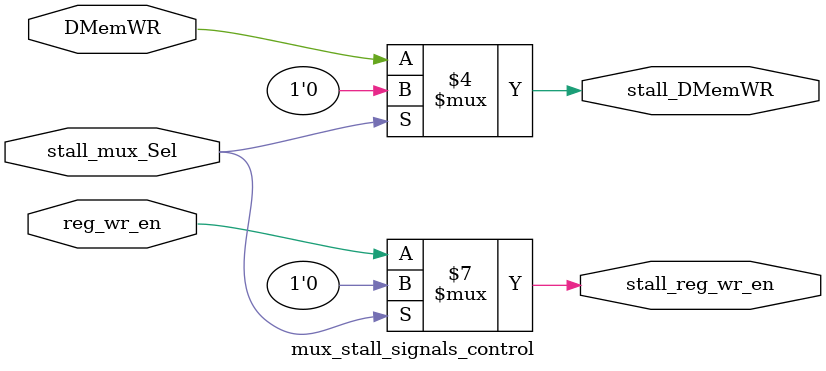
<source format=sv>
`timescale 1ns / 1ps


module mux_stall_signals_control #(parameter size = 32) (
    input stall_mux_Sel,
    
    input reg_wr_en,                     // register write enable
//    input BSel,                          // immediate select fot BSel = 1
    input DMemWR,                        // Read/Write enable fr data memeory 1 to write, 0 to read
//    input jalr_flag,                     // jalr instrcution flag
//    input jump_flag,                     //  jal flag
//    input BrUn,                          // unsigned branch flag
//    input [1:0] WB_Sel,                  // slect between ALU result and data mmeory result. 1 for ALU, 0 for data meomory
//    input [1:0] store_size,              // defining size of data to be stored in case of store instruction
//    input [2:0] load_size,               // defining size of data to be loaded in case of store instruction    
//    input [3:0] ALU_Sel,                  // ALU operation select based upon func3 bits and bit 6 of funct7
    //input [1:0] read_write_disable
    
    //Outputs
    output logic stall_reg_wr_en,
//    output logic stall_BSel,
    output logic stall_DMemWR
//    output logic stall_jalr_flag,
//    output logic stall_jump_flag,
//    output logic stall_BrUn,
//    output logic [1:0] stall_WB_Sel,
//    output logic [1:0] stall_store_size,
//    output logic [2:0] stall_load_size,
//    output logic [3:0] stall_ALU_Sel
    );
    
    always_comb
        begin
            if(stall_mux_Sel == 1)
                begin
                    stall_reg_wr_en = 0;
//                    stall_BSel = BSel;
                    stall_DMemWR = 0;
//                    stall_jalr_flag = jalr_flag;
//                    stall_jump_flag = jump_flag;
//                    stall_BrUn = BrUn;
//                    stall_WB_Sel = WB_Sel;
//                    stall_store_size = store_size;
//                    stall_load_size = load_size;
//                    stall_ALU_Sel = ALU_Sel;                
                    end
            else
                begin
                    stall_reg_wr_en = reg_wr_en;
//                    stall_BSel = BSel;
                    stall_DMemWR = DMemWR;
//                    stall_jalr_flag = jalr_flag;
//                    stall_jump_flag = jump_flag;
//                    stall_BrUn = BrUn;
//                    stall_WB_Sel = WB_Sel;
//                    stall_store_size = store_size;
//                    stall_load_size = load_size;
//                    stall_ALU_Sel = ALU_Sel;
                end
        end
endmodule

</source>
